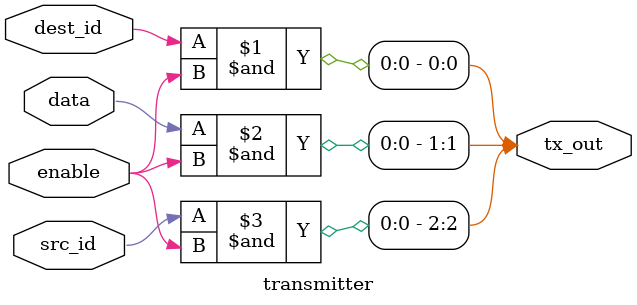
<source format=sv>
module transmitter
#(
	parameter ID_WIDTH = 1,
	parameter DATA_WIDTH = 1
)
(
	input logic [ID_WIDTH - 1:0] dest_id,
	input logic [DATA_WIDTH - 1:0] data,
	input logic [ID_WIDTH - 1:0] src_id,
	input logic enable,
	output logic [ID_WIDTH + DATA_WIDTH + ID_WIDTH- 1:0] tx_out
);

	// index variable
	genvar i;
	generate
		for(i = 0; i < ID_WIDTH; i++)
		begin : dest_id_tx
			and(tx_out[i], dest_id[i], enable);
		end
		for(i = ID_WIDTH; i < ID_WIDTH + DATA_WIDTH; i++)
		begin : data_tx
			and(tx_out[i], data[i - ID_WIDTH], enable);
		end
		for(i = ID_WIDTH + DATA_WIDTH; i < ID_WIDTH + DATA_WIDTH + ID_WIDTH; i++)
		begin : src_id_tx
			and(tx_out[i], src_id[i - (ID_WIDTH + DATA_WIDTH)], enable);
		end 
	endgenerate 

endmodule


</source>
